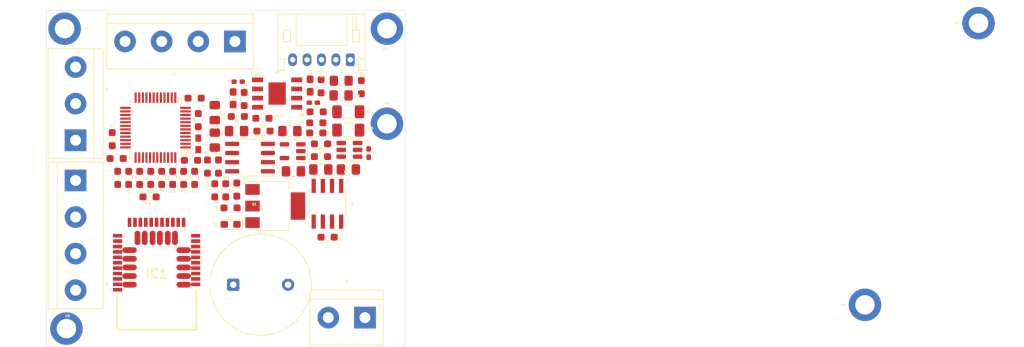
<source format=kicad_pcb>
(kicad_pcb (version 20221018) (generator pcbnew)
  (layers (0 "F.Cu" signal) (31 "B.Cu" signal) (34 "B.Paste" user) (35 "F.Paste" user) (36 "B.SilkS" user "B.Silkscreen") (37 "F.SilkS" user "F.Silkscreen") (38 "B.Mask" user) (39 "F.Mask" user) (44 "Edge.Cuts" user))
  (net 0 "")
  (net 1 "Net-(BZ1--)")
  (net 2 "Net-(BZ1-+)")
  (net 3 "100V")
  (net 4 "GND")
  (net 5 "VBST")
  (net 6 "SW2")
  (net 7 "Net-(IC2-SW)")
  (net 8 "Net-(IC2-BST)")
  (net 9 "Net-(IC2-FB)")
  (net 10 "/12V")
  (net 11 "Net-(D1-K)")
  (net 12 "SWDIO")
  (net 13 "SWCLK")
  (net 14 "/RST")
  (net 20 "/TX")
  (net 30 "Net-(IC2-RON)")
  (net 33 "PA3")
  (net 34 "5V")
  (net 35 "SDA1")
  (net 36 "SCK")
  (net 37 "/NRST")
  (net 38 "/RX")
  (net 39 "Net-(U1-PA0)")
  (net 40 "Net-(J2-Pin_1)")
  (net 41 "Net-(J2-Pin_2)")
  (net 42 "L")
  (net 43 "H")
  (net 44 "Net-(U3-S)")
  (net 45 "VFB")
  (net 77 "Net-(J2-Pin_3)")
  (net 78 "SDA_2")
  (net 83 "Net-(IC2-EN{slash}UVLO)")
  (net 84 "/3V3")
  (net 85 "Net-(IC2-GND)")
  (net 86 "Net-(C7-Pad2)")
  (net 87 "Net-(U5-BP)")
  (net 88 "SCK_2")
  (net 89 "Net-(J5-Pin_1)")
  (net 90 "Net-(J5-Pin_2)")
  (net 91 "SCL_PB6")
  (net 92 "SDA_PB7")
  (net 93 "SCL_PB4")
  (net 94 "SCL_PB3")
  (net 95 "SDA_PB4")
  (net 96 " SCL_PB3")
  (footprint "Inductor_SMD:L_0805_2012Metric_Pad1.15x1.40mm_HandSolder" (layer "F.Cu") (at 129.297 44.826)
    (fp_text reference "L2" (at 0 -1.27 180) (layer "F.SilkS") (effects (font (size 0.3 0.3) (thickness 0.075) bold)))
    (fp_text value "100uH" hide)
    (pad "1" smd roundrect (at -1.025 0) (size 1.15 1.4) (layers "F.Cu" "F.Paste" "F.Mask") (roundrect_rratio 0.217391) (net 7 "Net-(IC2-SW)"))
    (pad "2" smd roundrect (at 1.025 0) (size 1.15 1.4) (layers "F.Cu" "F.Paste" "F.Mask") (roundrect_rratio 0.217391) (net 10 "/12V"))
  )
  (footprint "Capacitor_SMD:C_0805_2012Metric_Pad1.18x1.45mm_HandSolder" (layer "F.Cu") (at 114.7865 51.816)
    (fp_text reference "C1" (at 0.0215 -1.27 180) (layer "F.SilkS") (effects (font (size 0.3 0.3) (thickness 0.075) bold)))
    (fp_text value "1uF")
    (pad "1" smd roundrect (at -1.0375 0) (size 1.175 1.45) (layers "F.Cu" "F.Paste" "F.Mask") (roundrect_rratio 0.212766) (net 84 "/3V3"))
    (pad "2" smd roundrect (at 1.0375 0) (size 1.175 1.45) (layers "F.Cu" "F.Paste" "F.Mask") (roundrect_rratio 0.212766) (net 4 "GND"))
  )
  (footprint "MountingHole:MountingHole_2.7mm_M2.5_ISO7380_Pad_TopBottom" (layer "F.Cu") (at 201.93 75.946)
    (fp_text reference "H4" (at -3.048 0) (layer "F.SilkS") (effects (font (size 0.3 0.3) (thickness 0.075) bold)))
    (fp_text value "Mount100VgHole")
    (pad "1" thru_hole circle (at 0 0) (size 3.1 3.1) (drill 2.7) (layers "*.Cu" "*.Mask"))
    (pad "1" connect circle (at 0 0) (size 4.5 4.5) (layers "F.Cu" "F.Mask"))
    (pad "1" connect circle (at 0 0) (size 4.5 4.5) (layers "B.Cu" "B.Mask"))
  )
  (footprint "Resistor_SMD:R_0603_1608Metric_Pad0.98x0.95mm_HandSolder" (layer "F.Cu") (at 126.503 45.588 -90)
    (fp_text reference "R27" (at -2.032 0 -180) (layer "F.SilkS") (effects (font (size 0.3 0.3) (thickness 0.075))))
    (fp_text value "698k ohm" hide)
    (pad "1" smd roundrect (at -0.9125 0 270) (size 0.975 0.95) (layers "F.Cu" "F.Paste" "F.Mask") (net 7 "Net-(IC2-SW)"))
    (pad "2" smd roundrect (at 0.9125 0 270) (size 0.975 0.95) (layers "F.Cu" "F.Paste" "F.Mask") (net 86 "Net-(C7-Pad2)"))
  )
  (footprint "Resistor_SMD:R_0603_1608Metric_Pad0.98x0.95mm_HandSolder" (layer "F.Cu") (at 125.8445 50.668)
    (fp_text reference "R29" (at -2.1465 -0.122) (layer "F.SilkS") (effects (font (size 0.3 0.3) (thickness 0.075) bold)))
    (fp_text value "20k ohm")
    (pad "1" smd roundrect (at -0.9125 0) (size 0.975 0.95) (layers "F.Cu" "F.Paste" "F.Mask") (net 9 "Net-(IC2-FB)"))
    (pad "2" smd roundrect (at 0.9125 0) (size 0.975 0.95) (layers "F.Cu" "F.Paste" "F.Mask") (net 4 "GND"))
  )
  (footprint "Resistor_SMD:R_0603_1608Metric_Pad0.98x0.95mm_HandSolder" (layer "F.Cu") (at 97.536 52.9355 90)
    (fp_text reference "R2" (at 1.778 0 180) (layer "F.SilkS") (effects (font (size 0.3 0.3) (thickness 0.075) bold)))
    (fp_text value "1k")
    (pad "1" smd roundrect (at -0.9125 0 90) (size 0.975 0.95) (layers "F.Cu" "F.Paste" "F.Mask") (net 38 "/RX"))
    (pad "2" smd roundrect (at 0.9125 0 90) (size 0.975 0.95) (layers "F.Cu" "F.Paste" "F.Mask") (net 20 "/TX"))
  )
  (footprint "Capacitor_SMD:C_0805_2012Metric_Pad1.18x1.45mm_HandSolder" (layer "F.Cu") (at 129.2755 46.858)
    (fp_text reference "C9" (at 2.286 0.0385 180) (layer "F.SilkS") (effects (font (size 0.3 0.3) (thickness 0.075) bold)))
    (fp_text value "2200pf" hide)
    (pad "1" smd roundrect (at -1.0375 0) (size 1.175 1.45) (layers "F.Cu" "F.Paste" "F.Mask") (roundrect_rratio 0.212766) (net 86 "Net-(C7-Pad2)"))
    (pad "2" smd roundrect (at 1.0375 0) (size 1.175 1.45) (layers "F.Cu" "F.Paste" "F.Mask") (roundrect_rratio 0.212766) (net 10 "/12V"))
  )
  (footprint "MountingHole:MountingHole_2.7mm_M2.5_ISO7380_Pad_TopBottom" (layer "F.Cu") (at 135.636 50.8)
    (fp_text reference "H6" (at 0 -2.794) (layer "F.SilkS") (effects (font (size 0.3 0.3) (thickness 0.075) bold)))
    (fp_text value "Mount100VgHole")
    (pad "1" thru_hole circle (at 0 0) (size 3.1 3.1) (drill 2.7) (layers "*.Cu" "*.Mask"))
    (pad "1" connect circle (at 0 0) (size 4.5 4.5) (layers "F.Cu" "F.Mask"))
    (pad "1" connect circle (at 0 0) (size 4.5 4.5) (layers "B.Cu" "B.Mask"))
  )
  (footprint "Buzzer_Beeper:Indicator_PUI_AI-1440-TWT-24V-2-R" (layer "F.Cu") (at 114.32 73.152)
    (fp_text reference "BZ1" (at 3.79 -7.366) (layer "F.SilkS") (effects (font (size 0.3 0.3) (thickness 0.075) bold)))
    (fp_text value "Buzzer" hide)
    (pad "1" thru_hole roundrect (at 0 0) (size 1.7 1.7) (drill 0.9) (layers "*.Cu" "*.Mask") (roundrect_rratio 0.147) (net 1 "Net-(BZ1--)"))
    (pad "2" thru_hole circle (at 7.6 0) (size 1.7 1.7) (drill 0.9) (layers "*.Cu" "*.Mask") (net 2 "Net-(BZ1-+)"))
  )
  (footprint "Resistor_SMD:R_0603_1608Metric_Pad0.98x0.95mm_HandSolder" (layer "F.Cu") (at 112.268 56.7455 -90)
    (fp_text reference "R23" (at -1.6275 0 -180) (layer "F.SilkS") (effects (font (size 0.3 0.3) (thickness 0.075) bold)))
    (fp_text value "120R" hide)
    (pad "1" smd roundrect (at -0.9125 0 270) (size 0.975 0.95) (layers "F.Cu" "F.Paste" "F.Mask") (net 42 "L"))
    (pad "2" smd roundrect (at 0.9125 0 270) (size 0.975 0.95) (layers "F.Cu" "F.Paste" "F.Mask") (net 43 "H"))
  )
  (footprint "Resistor_SMD:R_0603_1608Metric_Pad0.98x0.95mm_HandSolder" (layer "F.Cu") (at 125.8335 52.07)
    (fp_text reference "R5" (at 1.6745 0 90) (layer "F.SilkS") (effects (font (size 0.3 0.3) (thickness 0.075) bold)))
    (fp_text value "0R" hide)
    (pad "1" smd roundrect (at -0.9125 0) (size 0.975 0.95) (layers "F.Cu" "F.Paste" "F.Mask") (net 34 "5V"))
    (pad "2" smd roundrect (at 0.9125 0) (size 0.975 0.95) (layers "F.Cu" "F.Paste" "F.Mask") (net 40 "Net-(J2-Pin_1)"))
  )
  (footprint "Resistor_SMD:R_0603_1608Metric_Pad0.98x0.95mm_HandSolder" (layer "F.Cu") (at 101.346 58.3165 90)
    (fp_text reference "R13" (at -1.8815 0) (layer "F.SilkS") (effects (font (size 0.3 0.3) (thickness 0.075) bold)))
    (fp_text value "100k" hide)
    (pad "1" smd roundrect (at -0.9125 0 90) (size 0.975 0.95) (layers "F.Cu" "F.Paste" "F.Mask") (net 84 "/3V3"))
    (pad "2" smd roundrect (at 0.9125 0 90) (size 0.975 0.95) (layers "F.Cu" "F.Paste" "F.Mask") (net 94 "SCL_PB3"))
  )
  (footprint "Resistor_SMD:R_0603_1608Metric_Pad0.98x0.95mm_HandSolder" (layer "F.Cu") (at 102.7195 60.96)
    (fp_text reference "R15" (at -0.254 1.016) (layer "F.SilkS") (effects (font (size 0.3 0.3) (thickness 0.075) bold)))
    (fp_text value "100E" hide)
    (pad "1" smd roundrect (at -0.9125 0) (size 0.975 0.95) (layers "F.Cu" "F.Paste" "F.Mask") (net 36 "SCK"))
    (pad "2" smd roundrect (at 0.9125 0) (size 0.975 0.95) (layers "F.Cu" "F.Paste" "F.Mask") (net 91 "SCL_PB6"))
  )
  (footprint "Inductor_SMD:L_0402_1005Metric_Pad0.77x0.64mm_HandSolder" (layer "F.Cu") (at 133.096 54.864 -90)
    (fp_text reference "L1" (at 0 -0.762 90) (layer "F.SilkS") (effects (font (size 0.3 0.3) (thickness 0.075) bold)))
    (fp_text value "3.3uH" hide)
    (pad "1" smd roundrect (at -0.5725 0 270) (size 0.765 0.64) (layers "F.Cu" "F.Paste" "F.Mask") (net 6 "SW2"))
    (pad "2" smd roundrect (at 0.5725 0 270) (size 0.765 0.64) (layers "F.Cu" "F.Paste" "F.Mask") (net 34 "5V"))
  )
  (footprint "Capacitor_SMD:C_1206_3216Metric_Pad1.33x1.80mm_HandSolder" (layer "F.Cu") (at 130.2745 51.684)
    (fp_text reference "C10" (at 3.0095 -0.254) (layer "F.SilkS") (effects (font (size 0.3 0.3) (thickness 0.075) bold)))
    (fp_text value "22UF" hide)
    (pad "1" smd roundrect (at -1.5625 0) (size 1.325 1.8) (layers "F.Cu" "F.Paste" "F.Mask") (roundrect_rratio 0.188679) (net 10 "/12V"))
    (pad "2" smd roundrect (at 1.5625 0) (size 1.325 1.8) (layers "F.Cu" "F.Paste" "F.Mask") (roundrect_rratio 0.188679) (net 4 "GND"))
  )
  (footprint "Resistor_SMD:R_0603_1608Metric_Pad0.98x0.95mm_HandSolder" (layer "F.Cu") (at 99.822 58.3165 90)
    (fp_text reference "R11" (at -1.8815 0) (layer "F.SilkS") (effects (font (size 0.3 0.3) (thickness 0.075) bold)))
    (fp_text value "100E" hide)
    (pad "1" smd roundrect (at -0.9125 0 90) (size 0.975 0.95) (layers "F.Cu" "F.Paste" "F.Mask") (net 88 "SCK_2"))
    (pad "2" smd roundrect (at 0.9125 0 90) (size 0.975 0.95) (layers "F.Cu" "F.Paste" "F.Mask") (net 93 "SCL_PB4"))
  )
  (footprint "Package_QFP:LQFP-48_7x7mm_P0.5mm" (layer "F.Cu") (at 103.5335 51.336 180)
    (fp_text reference "U1" (at 0.4095 5.298) (layer "F.SilkS") (effects (font (size 0.3 0.3) (thickness 0.075) bold)))
    (fp_text value "STM32G0B1CBTx" hide)
    (pad "1" smd roundrect (at -4.1625 -2.75 180) (size 1.475 0.3) (layers "F.Cu" "F.Paste" "F.Mask"))
    (pad "2" smd roundrect (at -4.1625 -2.25 180) (size 1.475 0.3) (layers "F.Cu" "F.Paste" "F.Mask"))
    (pad "3" smd roundrect (at -4.1625 -1.75 180) (size 1.475 0.3) (layers "F.Cu" "F.Paste" "F.Mask"))
    (pad "4" smd roundrect (at -4.1625 -1.25 180) (size 1.475 0.3) (layers "F.Cu" "F.Paste" "F.Mask") (net 84 "/3V3"))
    (pad "5" smd roundrect (at -4.1625 -0.75 180) (size 1.475 0.3) (layers "F.Cu" "F.Paste" "F.Mask") (net 84 "/3V3"))
    (pad "6" smd roundrect (at -4.1625 -0.25 180) (size 1.475 0.3) (layers "F.Cu" "F.Paste" "F.Mask") (net 84 "/3V3"))
    (pad "7" smd roundrect (at -4.1625 0.25 180) (size 1.475 0.3) (layers "F.Cu" "F.Paste" "F.Mask") (net 4 "GND"))
    (pad "8" smd roundrect (at -4.1625 0.75 180) (size 1.475 0.3) (layers "F.Cu" "F.Paste" "F.Mask"))
    (pad "9" smd roundrect (at -4.1625 1.25 180) (size 1.475 0.3) (layers "F.Cu" "F.Paste" "F.Mask"))
    (pad "10" smd roundrect (at -4.1625 1.75 180) (size 1.475 0.3) (layers "F.Cu" "F.Paste" "F.Mask") (net 37 "/NRST"))
    (pad "11" smd roundrect (at -4.1625 2.25 180) (size 1.475 0.3) (layers "F.Cu" "F.Paste" "F.Mask") (net 39 "Net-(U1-PA0)"))
    (pad "12" smd roundrect (at -4.1625 2.75 180) (size 1.475 0.3) (layers "F.Cu" "F.Paste" "F.Mask"))
    (pad "13" smd roundrect (at -2.75 4.1625 180) (size 0.3 1.475) (layers "F.Cu" "F.Paste" "F.Mask"))
    (pad "14" smd roundrect (at -2.25 4.1625 180) (size 0.3 1.475) (layers "F.Cu" "F.Paste" "F.Mask"))
    (pad "15" smd roundrect (at -1.75 4.1625 180) (size 0.3 1.475) (layers "F.Cu" "F.Paste" "F.Mask"))
    (pad "16" smd roundrect (at -1.25 4.1625 180) (size 0.3 1.475) (layers "F.Cu" "F.Paste" "F.Mask"))
    (pad "17" smd roundrect (at -0.75 4.1625 180) (size 0.3 1.475) (layers "F.Cu" "F.Paste" "F.Mask"))
    (pad "18" smd roundrect (at -0.25 4.1625 180) (size 0.3 1.475) (layers "F.Cu" "F.Paste" "F.Mask"))
    (pad "19" smd roundrect (at 0.25 4.1625 180) (size 0.3 1.475) (layers "F.Cu" "F.Paste" "F.Mask"))
    (pad "20" smd roundrect (at 0.75 4.1625 180) (size 0.3 1.475) (layers "F.Cu" "F.Paste" "F.Mask"))
    (pad "21" smd roundrect (at 1.25 4.1625 180) (size 0.3 1.475) (layers "F.Cu" "F.Paste" "F.Mask"))
    (pad "22" smd roundrect (at 1.75 4.1625 180) (size 0.3 1.475) (layers "F.Cu" "F.Paste" "F.Mask"))
    (pad "23" smd roundrect (at 2.25 4.1625 180) (size 0.3 1.475) (layers "F.Cu" "F.Paste" "F.Mask"))
    (pad "24" smd roundrect (at 2.75 4.1625 180) (size 0.3 1.475) (layers "F.Cu" "F.Paste" "F.Mask"))
    (pad "25" smd roundrect (at 4.1625 2.75 180) (size 1.475 0.3) (layers "F.Cu" "F.Paste" "F.Mask"))
    (pad "26" smd roundrect (at 4.1625 2.25 180) (size 1.475 0.3) (layers "F.Cu" "F.Paste" "F.Mask"))
    (pad "27" smd roundrect (at 4.1625 1.75 180) (size 1.475 0.3) (layers "F.Cu" "F.Paste" "F.Mask"))
    (pad "28" smd roundrect (at 4.1625 1.25 180) (size 1.475 0.3) (layers "F.Cu" "F.Paste" "F.Mask"))
    (pad "29" smd roundrect (at 4.1625 0.75 180) (size 1.475 0.3) (layers "F.Cu" "F.Paste" "F.Mask"))
    (pad "30" smd roundrect (at 4.1625 0.25 180) (size 1.475 0.3) (layers "F.Cu" "F.Paste" "F.Mask"))
    (pad "31" smd roundrect (at 4.1625 -0.25 180) (size 1.475 0.3) (layers "F.Cu" "F.Paste" "F.Mask"))
    (pad "32" smd roundrect (at 4.1625 -0.75 180) (size 1.475 0.3) (layers "F.Cu" "F.Paste" "F.Mask"))
    (pad "33" smd roundrect (at 4.1625 -1.25 180) (size 1.475 0.3) (layers "F.Cu" "F.Paste" "F.Mask") (net 20 "/TX"))
    (pad "34" smd roundrect (at 4.1625 -1.75 180) (size 1.475 0.3) (layers "F.Cu" "F.Paste" "F.Mask") (net 38 "/RX"))
    (pad "35" smd roundrect (at 4.1625 -2.25 180) (size 1.475 0.3) (layers "F.Cu" "F.Paste" "F.Mask") (net 12 "SWDIO"))
    (pad "36" smd roundrect (at 4.1625 -2.75 180) (size 1.475 0.3) (layers "F.Cu" "F.Paste" "F.Mask") (net 13 "SWCLK"))
    (pad "37" smd roundrect (at 2.75 -4.1625 180) (size 0.3 1.475) (layers "F.Cu" "F.Paste" "F.Mask"))
    (pad "38" smd roundrect (at 2.25 -4.1625 180) (size 0.3 1.475) (layers "F.Cu" "F.Paste" "F.Mask"))
    (pad "39" smd roundrect (at 1.75 -4.1625 180) (size 0.3 1.475) (layers "F.Cu" "F.Paste" "F.Mask"))
    (pad "40" smd roundrect (at 1.25 -4.1625 180) (size 0.3 1.475) (layers "F.Cu" "F.Paste" "F.Mask"))
    (pad "41" smd roundrect (at 0.75 -4.1625 180) (size 0.3 1.475) (layers "F.Cu" "F.Paste" "F.Mask"))
    (pad "42" smd roundrect (at 0.25 -4.1625 180) (size 0.3 1.475) (layers "F.Cu" "F.Paste" "F.Mask") (net 96 " SCL_PB3"))
    (pad "43" smd roundrect (at -0.25 -4.1625 180) (size 0.3 1.475) (layers "F.Cu" "F.Paste" "F.Mask") (net 95 "SDA_PB4"))
    (pad "44" smd roundrect (at -0.75 -4.1625 180) (size 0.3 1.475) (layers "F.Cu" "F.Paste" "F.Mask"))
    (pad "45" smd roundrect (at -1.25 -4.1625 180) (size 0.3 1.475) (layers "F.Cu" "F.Paste" "F.Mask") (net 91 "SCL_PB6"))
    (pad "46" smd roundrect (at -1.75 -4.1625 180) (size 0.3 1.475) (layers "F.Cu" "F.Paste" "F.Mask") (net 92 "SDA_PB7"))
    (pad "47" smd roundrect (at -2.25 -4.1625 180) (size 0.3 1.475) (layers "F.Cu" "F.Paste" "F.Mask") (net 14 "/RST"))
    (pad "48" smd roundrect (at -2.75 -4.1625 180) (size 0.3 1.475) (layers "F.Cu" "F.Paste" "F.Mask"))
  )
  (footprint "Capacitor_SMD:C_1206_3216Metric_Pad1.33x1.80mm_HandSolder" (layer "F.Cu") (at 130.2745 49.144)
    (fp_text reference "C11" (at 3.0095 0) (layer "F.SilkS") (effects (font (size 0.3 0.3) (thickness 0.075) bold)))
    (fp_text value "22UF" hide)
    (pad "1" smd roundrect (at -1.5625 0) (size 1.325 1.8) (layers "F.Cu" "F.Paste" "F.Mask") (roundrect_rratio 0.188679) (net 10 "/12V"))
    (pad "2" smd roundrect (at 1.5625 0) (size 1.325 1.8) (layers "F.Cu" "F.Paste" "F.Mask") (roundrect_rratio 0.188679) (net 4 "GND"))
  )
  (footprint "Capacitor_SMD:C_0805_2012Metric_Pad1.18x1.45mm_HandSolder" (layer "F.Cu") (at 130.2805 57.15)
    (fp_text reference "C4" (at 2.286 0) (layer "F.SilkS") (effects (font (size 0.3 0.3) (thickness 0.075) bold)))
    (fp_text value "0.1uf" hide)
    (pad "1" smd roundrect (at -1.0375 0) (size 1.175 1.45) (layers "F.Cu" "F.Paste" "F.Mask") (roundrect_rratio 0.212766) (net 5 "VBST"))
    (pad "2" smd roundrect (at 1.0375 0) (size 1.175 1.45) (layers "F.Cu" "F.Paste" "F.Mask") (roundrect_rratio 0.212766) (net 6 "SW2"))
  )
  (footprint "Resistor_SMD:R_0603_1608Metric_Pad0.98x0.95mm_HandSolder" (layer "F.Cu") (at 114.9585 49.784 180)
    (fp_text reference "R23" (at 1.9285 0 90) (layer "F.SilkS") (effects (font (size 0.3 0.3) (thickness 0.075) bold)))
    (fp_text value "332K")
    (pad "1" smd roundrect (at -0.9125 0 180) (size 0.975 0.95) (layers "F.Cu" "F.Paste" "F.Mask") (net 83 "Net-(IC2-EN{slash}UVLO)"))
    (pad "2" smd roundrect (at 0.9125 0 180) (size 0.975 0.95) (layers "F.Cu" "F.Paste" "F.Mask") (net 4 "GND"))
  )
  (footprint "Resistor_SMD:R_0603_1608Metric_Pad0.98x0.95mm_HandSolder" (layer "F.Cu") (at 102.87 58.3165 90)
    (fp_text reference "R14" (at -1.8815 0 180) (layer "F.SilkS") (effects (font (size 0.3 0.3) (thickness 0.075) bold)))
    (fp_text value "100k" hide)
    (pad "1" smd roundrect (at -0.9125 0 90) (size 0.975 0.95) (layers "F.Cu" "F.Paste" "F.Mask") (net 84 "/3V3"))
    (pad "2" smd roundrect (at 0.9125 0 90) (size 0.975 0.95) (layers "F.Cu" "F.Paste" "F.Mask") (net 95 "SDA_PB4"))
  )
  (footprint "Resistor_SMD:R_0603_1608Metric_Pad0.98x0.95mm_HandSolder" (layer "F.Cu") (at 108.458 55.88 180)
    (fp_text reference "R10" (at 0.254 1.016 180) (layer "F.SilkS") (effects (font (size 0.3 0.3) (thickness 0.075) bold)))
    (fp_text value "100k" hide)
    (pad "1" smd roundrect (at -0.9125 0 180) (size 0.975 0.95) (layers "F.Cu" "F.Paste" "F.Mask") (net 84 "/3V3"))
    (pad "2" smd roundrect (at 0.9125 0 180) (size 0.975 0.95) (layers "F.Cu" "F.Paste" "F.Mask") (net 92 "SDA_PB7"))
  )
  (footprint "Resistor_SMD:R_0603_1608Metric_Pad0.98x0.95mm_HandSolder" (layer "F.Cu") (at 132.08 45.72 -90)
    (fp_text reference "R6" (at -1.9285 0 -180) (layer "F.SilkS") (effects (font (size 0.3 0.3) (thickness 0.075) bold)))
    (fp_text value "0R")
    (pad "1" smd roundrect (at -0.9125 0 270) (size 0.975 0.95) (layers "F.Cu" "F.Paste" "F.Mask") (net 10 "/12V"))
    (pad "2" smd roundrect (at 0.9125 0 270) (size 0.975 0.95) (layers "F.Cu" "F.Paste" "F.Mask") (net 40 "Net-(J2-Pin_1)"))
  )
  (footprint "Capacitor_SMD:C_0805_2012Metric_Pad1.18x1.45mm_HandSolder" (layer "F.Cu") (at 122.6605 57.404)
    (fp_text reference "C13" (at -2.0105 0 -90) (layer "F.SilkS") (effects (font (size 0.3 0.3) (thickness 0.075) bold)))
    (fp_text value "2.2uf" hide)
    (pad "1" smd roundrect (at -1.0375 0) (size 1.175 1.45) (layers "F.Cu" "F.Paste" "F.Mask") (roundrect_rratio 0.212766) (net 84 "/3V3"))
    (pad "2" smd roundrect (at 1.0375 0) (size 1.175 1.45) (layers "F.Cu" "F.Paste" "F.Mask") (roundrect_rratio 0.212766) (net 4 "GND"))
  )
  (footprint "Package_SO:SOIC-8_3.9x4.9mm_P1.27mm" (layer "F.Cu") (at 116.651 55.499 180)
    (fp_text reference "U3" (at -1.713 2.921) (layer "F.SilkS") (effects (font (size 0.3 0.3) (thickness 0.075) bold)))
    (fp_text value "TJA1051T-3" hide)
    (pad "1" smd roundrect (at -2.475 -1.905 180) (size 1.95 0.6) (layers "F.Cu" "F.Paste" "F.Mask") (net 20 "/TX"))
    (pad "2" smd roundrect (at -2.475 -0.635 180) (size 1.95 0.6) (layers "F.Cu" "F.Paste" "F.Mask") (net 4 "GND"))
    (pad "3" smd roundrect (at -2.475 0.635 180) (size 1.95 0.6) (layers "F.Cu" "F.Paste" "F.Mask") (net 34 "5V"))
    (pad "4" smd roundrect (at -2.475 1.905 180) (size 1.95 0.6) (layers "F.Cu" "F.Paste" "F.Mask") (net 38 "/RX"))
    (pad "5" smd roundrect (at 2.475 1.905 180) (size 1.95 0.6) (layers "F.Cu" "F.Paste" "F.Mask") (net 84 "/3V3"))
    (pad "6" smd roundrect (at 2.475 0.635 180) (size 1.95 0.6) (layers "F.Cu" "F.Paste" "F.Mask") (net 42 "L"))
    (pad "7" smd roundrect (at 2.475 -0.635 180) (size 1.95 0.6) (layers "F.Cu" "F.Paste" "F.Mask") (net 43 "H"))
    (pad "8" smd roundrect (at 2.475 -1.905 180) (size 1.95 0.6) (layers "F.Cu" "F.Paste" "F.Mask") (net 44 "Net-(U3-S)"))
  )
  (footprint "TerminalBlock:TerminalBlock_bornier-4_P5.08mm" (layer "F.Cu") (at 92.456 58.674 -90)
    (fp_text reference "J3" (at 14.478 -4.318 -270) (layer "F.SilkS") (effects (font (size 0.3 0.3) (thickness 0.075) bold)))
    (fp_text value "OLED")
    (pad "1" thru_hole rect (at 0 0 270) (size 3 3) (drill 1.52) (layers "*.Cu" "*.Mask") (net 34 "5V"))
    (pad "2" thru_hole circle (at 5.08 0 270) (size 3 3) (drill 1.52) (layers "*.Cu" "*.Mask") (net 78 "SDA_2"))
    (pad "3" thru_hole circle (at 10.16 0 270) (size 3 3) (drill 1.52) (layers "*.Cu" "*.Mask") (net 88 "SCK_2"))
    (pad "4" thru_hole circle (at 15.24 0 270) (size 3 3) (drill 1.52) (layers "*.Cu" "*.Mask") (net 4 "GND"))
  )
  (footprint "Resistor_SMD:R_0603_1608Metric_Pad0.98x0.95mm_HandSolder" (layer "F.Cu") (at 108.966 47.244)
    (fp_text reference "R3" (at -2.032 0) (layer "F.SilkS") (effects (font (size 0.3 0.3) (thickness 0.075) bold)))
    (fp_text value "100R" hide)
    (pad "1" smd roundrect (at -0.9125 0) (size 0.975 0.95) (layers "F.Cu" "F.Paste" "F.Mask") (net 39 "Net-(U1-PA0)"))
    (pad "2" smd roundrect (at 0.9125 0) (size 0.975 0.95) (layers "F.Cu" "F.Paste" "F.Mask") (net 33 "PA3"))
  )
  (footprint "TerminalBlock:TerminalBlock_bornier-4_P5.08mm" (layer "F.Cu") (at 114.554 39.37 180)
    (fp_text reference "J4" (at 8.382 -4.572 180) (layer "F.SilkS") (effects (font (size 0.3 0.3) (thickness 0.075) bold)))
    (fp_text value "OLED")
    (pad "1" thru_hole rect (at 0 0 180) (size 3 3) (drill 1.52) (layers "*.Cu" "*.Mask") (net 34 "5V"))
    (pad "2" thru_hole circle (at 5.08 0 180) (size 3 3) (drill 1.52) (layers "*.Cu" "*.Mask") (net 35 "SDA1"))
    (pad "3" thru_hole circle (at 10.16 0 180) (size 3 3) (drill 1.52) (layers "*.Cu" "*.Mask") (net 36 "SCK"))
    (pad "4" thru_hole circle (at 15.24 0 180) (size 3 3) (drill 1.52) (layers "*.Cu" "*.Mask") (net 4 "GND"))
  )
  (footprint "Package_TO_SOT_SMD:SOT-223-3_TabPin2" (layer "F.Cu") (at 120.142 62.23)
    (fp_text reference "Q1" (at -2.9 -0.254) (layer "F.SilkS") (effects (font (size 0.3 0.3) (thickness 0.075) bold)))
    (fp_text value "NDT3055L" hide)
    (pad "1" smd rect (at -3.15 -2.3) (size 2 1.5) (layers "F.Cu" "F.Paste" "F.Mask") (net 11 "Net-(D1-K)"))
    (pad "2" smd rect (at -3.15 0) (size 2 1.5) (layers "F.Cu" "F.Paste" "F.Mask") (net 2 "Net-(BZ1-+)"))
    (pad "2" smd rect (at 3.15 0) (size 2 3.8) (layers "F.Cu" "F.Paste" "F.Mask") (net 2 "Net-(BZ1-+)"))
    (pad "3" smd rect (at -3.15 2.3) (size 2 1.5) (layers "F.Cu" "F.Paste" "F.Mask") (net 4 "GND"))
  )
  (footprint "Resistor_SMD:R_0603_1608Metric_Pad0.98x0.95mm_HandSolder" (layer "F.Cu") (at 126.492 53.594)
    (fp_text reference "R21" (at 0 0.762) (layer "F.SilkS") (effects (font (size 0.3 0.3) (thickness 0.075) bold)))
    (fp_text value "10k")
    (pad "1" smd roundrect (at -0.9125 0) (size 0.975 0.95) (layers "F.Cu" "F.Paste" "F.Mask") (net 4 "GND"))
    (pad "2" smd roundrect (at 0.9125 0) (size 0.975 0.95) (layers "F.Cu" "F.Paste" "F.Mask") (net 45 "VFB"))
  )
  (footprint "TerminalBlock:TerminalBlock_bornier-2_P5.08mm" (layer "F.Cu") (at 132.588 77.724 180)
    (fp_text reference "J5" (at 2.54 5.08) (layer "F.SilkS") (effects (font (size 0.3 0.3) (thickness 0.075) bold)))
    (fp_text value "Conn_01x02_Socket" hide)
    (pad "1" thru_hole rect (at 0 0 180) (size 3 3) (drill 1.52) (layers "*.Cu" "*.Mask") (net 89 "Net-(J5-Pin_1)"))
    (pad "2" thru_hole circle (at 5.08 0 180) (size 3 3) (drill 1.52) (layers "*.Cu" "*.Mask") (net 90 "Net-(J5-Pin_2)"))
  )
  (footprint "Resistor_SMD:R_0603_1608Metric_Pad0.98x0.95mm_HandSolder" (layer "F.Cu") (at 110.744 56.7455 90)
    (fp_text reference "R8" (at 1.8815 -0.254 180) (layer "F.SilkS") (effects (font (size 0.3 0.3) (thickness 0.075) bold)))
    (fp_text value "0R" hide)
    (pad "1" smd roundrect (at -0.9125 0 90) (size 0.975 0.95) (layers "F.Cu" "F.Paste" "F.Mask") (net 41 "Net-(J2-Pin_2)"))
    (pad "2" smd roundrect (at 0.9125 0 90) (size 0.975 0.95) (layers "F.Cu" "F.Paste" "F.Mask") (net 42 "L"))
  )
  (footprint "Capacitor_SMD:C_0805_2012Metric_Pad1.18x1.45mm_HandSolder" (layer "F.Cu") (at 111.76 49.2545 90)
    (fp_text reference "C3" (at 2.0105 0 180) (layer "F.SilkS") (effects (font (size 0.3 0.3) (thickness 0.075) bold)))
    (fp_text value "100nF" hide)
    (pad "1" smd roundrect (at -1.0375 0 90) (size 1.175 1.45) (layers "F.Cu" "F.Paste" "F.Mask") (roundrect_rratio 0.212766) (net 84 "/3V3"))
    (pad "2" smd roundrect (at 1.0375 0 90) (size 1.175 1.45) (layers "F.Cu" "F.Paste" "F.Mask") (roundrect_rratio 0.212766) (net 4 "GND"))
  )
  (footprint "Diode_SMD:D_0603_1608Metric_Pad1.05x0.95mm_HandSolder" (layer "F.Cu") (at 113.951 64.77 180)
    (fp_text reference "D1" (at 2.032 0) (layer "F.SilkS") (effects (font (size 0.3 0.3) (thickness 0.075) bold)))
    (fp_text value "5.6V")
    (pad "1" smd roundrect (at -0.875 0 180) (size 1.05 0.95) (layers "F.Cu" "F.Paste" "F.Mask") (net 11 "Net-(D1-K)"))
    (pad "2" smd roundrect (at 0.875 0 180) (size 1.05 0.95) (layers "F.Cu" "F.Paste" "F.Mask") (net 4 "GND"))
  )
  (footprint "Resistor_SMD:R_0603_1608Metric_Pad0.98x0.95mm_HandSolder" (layer "F.Cu") (at 127.4045 66.548)
    (fp_text reference "R18" (at 1.8815 0 90) (layer "F.SilkS") (effects (font (size 0.3 0.3) (thickness 0.075) bold)))
    (fp_text value "120R" hide)
    (pad "1" smd roundrect (at -0.9125 0) (size 0.975 0.95) (layers "F.Cu" "F.Paste" "F.Mask") (net 90 "Net-(J5-Pin_2)"))
    (pad "2" smd roundrect (at 0.9125 0) (size 0.975 0.95) (layers "F.Cu" "F.Paste" "F.Mask") (net 89 "Net-(J5-Pin_1)"))
  )
  (footprint "Resistor_SMD:R_0603_1608Metric_Pad0.98x0.95mm_HandSolder" (layer "F.Cu") (at 126.492 55.372 180)
    (fp_text reference "R22" (at 1.778 0 90) (layer "F.SilkS") (effects (font (size 0.3 0.3) (thickness 0.075) bold)))
    (fp_text value "56k" hide)
    (pad "1" smd roundrect (at -0.9125 0 180) (size 0.975 0.95) (layers "F.Cu" "F.Paste" "F.Mask") (net 45 "VFB"))
    (pad "2" smd roundrect (at 0.9125 0 180) (size 0.975 0.95) (layers "F.Cu" "F.Paste" "F.Mask") (net 34 "5V"))
  )
  (footprint "MountingHole:MountingHole_2.7mm_M2.5_ISO7380_Pad_TopBottom" (layer "F.Cu") (at 217.678 36.83)
    (fp_text reference "H2" (at -3.048 0) (layer "F.SilkS") (effects (font (size 0.3 0.3) (thickness 0.075) bold)))
    (fp_text value "Mount100VgHole")
    (pad "1" thru_hole circle (at 0 0) (size 3.1 3.1) (drill 2.7) (layers "*.Cu" "*.Mask"))
    (pad "1" connect circle (at 0 0) (size 4.5 4.5) (layers "F.Cu" "F.Mask"))
    (pad "1" connect circle (at 0 0) (size 4.5 4.5) (layers "B.Cu" "B.Mask"))
  )
  (footprint "Resistor_SMD:R_0603_1608Metric_Pad0.98x0.95mm_HandSolder" (layer "F.Cu") (at 118.5145 51.816 180)
    (fp_text reference "R26" (at 0 0.762) (layer "F.SilkS") (effects (font (size 0.3 0.3) (thickness 0.075) bold)))
    (fp_text value "0R" hide)
    (pad "1" smd roundrect (at -0.9125 0 180) (size 0.975 0.95) (layers "F.Cu" "F.Paste" "F.Mask") (net 34 "5V"))
    (pad "2" smd roundrect (at 0.9125 0 180) (size 0.975 0.95) (layers "F.Cu" "F.Paste" "F.Mask") (net 1 "Net-(BZ1--)"))
  )
  (footprint "MAX485ESA_T.kicad_mod files:SOIC127P600X175-8N" (layer "F.Cu") (at 127.381 61.911 -90)
    (fp_text reference "U2" (at -0.065 -3.429 90) (layer "F.SilkS") (effects (font (size 0.3 0.3) (thickness 0.075) bold)))
    (fp_text value "MAX485E" hide)
    (pad "1" smd roundrect (at -2.475 -1.905 270) (size 1.97 0.59) (layers "F.Cu" "F.Paste" "F.Mask") (roundrect_rratio 0.07) (net 38 "/RX"))
    (pad "2" smd roundrect (at -2.475 -0.635 270) (size 1.97 0.59) (layers "F.Cu" "F.Paste" "F.Mask") (roundrect_rratio 0.07))
    (pad "3" smd roundrect (at -2.475 0.635 270) (size 1.97 0.59) (layers "F.Cu" "F.Paste" "F.Mask") (roundrect_rratio 0.07))
    (pad "4" smd roundrect (at -2.475 1.905 270) (size 1.97 0.59) (layers "F.Cu" "F.Paste" "F.Mask") (roundrect_rratio 0.07) (net 20 "/TX"))
    (pad "5" smd roundrect (at 2.475 1.905 270) (size 1.97 0.59) (layers "F.Cu" "F.Paste" "F.Mask") (roundrect_rratio 0.07) (net 4 "GND"))
    (pad "6" smd roundrect (at 2.475 0.635 270) (size 1.97 0.59) (layers "F.Cu" "F.Paste" "F.Mask") (roundrect_rratio 0.07) (net 90 "Net-(J5-Pin_2)"))
    (pad "7" smd roundrect (at 2.475 -0.635 270) (size 1.97 0.59) (layers "F.Cu" "F.Paste" "F.Mask") (roundrect_rratio 0.07) (net 89 "Net-(J5-Pin_1)"))
    (pad "8" smd roundrect (at 2.475 -1.905 270) (size 1.97 0.59) (layers "F.Cu" "F.Paste" "F.Mask") (roundrect_rratio 0.07) (net 34 "5V"))
  )
  (footprint "Resistor_SMD:R_0603_1608Metric_Pad0.98x0.95mm_HandSolder" (layer "F.Cu") (at 113.284 60.0475 -90)
    (fp_text reference "R20" (at -1.778 0) (layer "F.SilkS") (effects (font (size 0.3 0.3) (thickness 0.075) bold)))
    (fp_text value "100k" hide)
    (pad "1" smd roundrect (at -0.9125 0 270) (size 0.975 0.95) (layers "F.Cu" "F.Paste" "F.Mask") (net 44 "Net-(U3-S)"))
    (pad "2" smd roundrect (at 0.9125 0 270) (size 0.975 0.95) (layers "F.Cu" "F.Paste" "F.Mask") (net 4 "GND"))
  )
  (footprint "Resistor_SMD:R_0603_1608Metric_Pad0.98x0.95mm_HandSolder" (layer "F.Cu") (at 114.808 59.944 90)
    (fp_text reference "R24" (at 1.524 1.27) (layer "F.SilkS") (effects (font (size 0.3 0.3) (thickness 0.075) bold)))
    (fp_text value "3M" hide)
    (pad "1" smd roundrect (at -0.9125 0 90) (size 0.975 0.95) (layers "F.Cu" "F.Paste" "F.Mask") (net 11 "Net-(D1-K)"))
    (pad "2" smd roundrect (at 0.9125 0 90) (size 0.975 0.95) (layers "F.Cu" "F.Paste" "F.Mask") (net 4 "GND"))
  )
  (footprint "Capacitor_SMD:C_0402_1005Metric_Pad0.74x0.62mm_HandSolder" (layer "F.Cu") (at 115.0025 44.958)
    (fp_text reference "C5" (at -1.2105 0 90) (layer "F.SilkS") (effects (font (size 0.3 0.3) (thickness 0.075) bold)))
    (fp_text value "2.2uF" hide)
    (pad "1" smd roundrect (at -0.5675 0) (size 0.735 0.62) (layers "F.Cu" "F.Paste" "F.Mask") (net 85 "Net-(IC2-GND)"))
    (pad "2" smd roundrect (at 0.5675 0) (size 0.735 0.62) (layers "F.Cu" "F.Paste" "F.Mask") (net 3 "100V"))
  )
  (footprint "Fuse:Fuse_0603_1608Metric_Pad1.05x0.95mm_HandSolder" (layer "F.Cu") (at 114.311 47.253 90)
    (fp_text reference "F1" (at 1.533 -0.011) (layer "F.SilkS") (effects (font (size 0.3 0.3) (thickness 0.075) bold)))
    (fp_text value "Fuse" hide)
    (pad "1" smd roundrect (at -0.875 0 90) (size 1.05 0.95) (layers "F.Cu" "F.Paste" "F.Mask") (net 40 "Net-(J2-Pin_1)"))
    (pad "2" smd roundrect (at 0.875 0 90) (size 1.05 0.95) (layers "F.Cu" "F.Paste" "F.Mask") (net 3 "100V"))
  )
  (footprint "Resistor_SMD:R_0603_1608Metric_Pad0.98x0.95mm_HandSolder" (layer "F.Cu") (at 98.1475 55.626 180)
    (fp_text reference "R4" (at -1.9285 0 180) (layer "F.SilkS") (effects (font (size 0.3 0.3) (thickness 0.075) bold)))
    (fp_text value "10k")
    (pad "1" smd roundrect (at -0.9125 0 180) (size 0.975 0.95) (layers "F.Cu" "F.Paste" "F.Mask") (net 13 "SWCLK"))
    (pad "2" smd roundrect (at 0.9125 0 180) (size 0.975 0.95) (layers "F.Cu" "F.Paste" "F.Mask") (net 4 "GND"))
  )
  (footprint "Capacitor_SMD:C_0805_2012Metric_Pad1.18x1.45mm_HandSolder" (layer "F.Cu") (at 126.4705 57.15)
    (fp_text reference "C8" (at 0 -0.735 180) (layer "F.SilkS") (effects (font (size 0.3 0.3) (thickness 0.075) bold)))
    (fp_text value "1uf" hide)
    (pad "1" smd roundrect (at -1.0375 0) (size 1.175 1.45) (layers "F.Cu" "F.Paste" "F.Mask") (roundrect_rratio 0.212766) (net 34 "5V"))
    (pad "2" smd roundrect (at 1.0375 0) (size 1.175 1.45) (layers "F.Cu" "F.Paste" "F.Mask") (roundrect_rratio 0.212766) (net 4 "GND"))
  )
  (footprint "Capacitor_SMD:C_0805_2012Metric_Pad1.18x1.45mm_HandSolder" (layer "F.Cu") (at 122.174 51.816)
    (fp_text reference "C12" (at 0 -1.2495) (layer "F.SilkS") (effects (font (size 0.3 0.3) (thickness 0.075) bold)))
    (fp_text value "10nf" hide)
    (pad "1" smd roundrect (at -1.0375 0) (size 1.175 1.45) (layers "F.Cu" "F.Paste" "F.Mask") (roundrect_rratio 0.212766) (net 87 "Net-(U5-BP)"))
    (pad "2" smd roundrect (at 1.0375 0) (size 1.175 1.45) (layers "F.Cu" "F.Paste" "F.Mask") (roundrect_rratio 0.212766) (net 4 "GND"))
  )
  (footprint "Capacitor_SMD:C_0805_2012Metric_Pad1.18x1.45mm_HandSolder" (layer "F.Cu") (at 111.76 53.0645 -90)
    (fp_text reference "C2" (at -1.7565 0 -180) (layer "F.SilkS") (effects (font (size 0.3 0.3) (thickness 0.075) bold)))
    (fp_text value "100nF")
    (pad "1" smd roundrect (at -1.0375 0 270) (size 1.175 1.45) (layers "F.Cu" "F.Paste" "F.Mask") (roundrect_rratio 0.212766) (net 84 "/3V3"))
    (pad "2" smd roundrect (at 1.0375 0 270) (size 1.175 1.45) (layers "F.Cu" "F.Paste" "F.Mask") (roundrect_rratio 0.212766) (net 4 "GND"))
  )
  (footprint "TerminalBlock:TerminalBlock_bornier-3_P5.08mm" (layer "F.Cu") (at 92.456 53.086 90)
    (fp_text reference "J1" (at 7.112 4.318 180) (layer "F.SilkS") (effects (font (size 0.3 0.3) (thickness 0.075) bold)))
    (fp_text value "PRG")
    (pad "1" thru_hole rect (at 0 0 90) (size 3 3) (drill 1.52) (layers "*.Cu" "*.Mask") (net 13 "SWCLK"))
    (pad "2" thru_hole circle (at 5.08 0 90) (size 3 3) (drill 1.52) (layers "*.Cu" "*.Mask") (net 12 "SWDIO"))
    (pad "3" thru_hole circle (at 10.16 0 90) (size 3 3) (drill 1.52) (layers "*.Cu" "*.Mask") (net 4 "GND"))
  )
  (footprint "Resistor_SMD:R_0603_1608Metric_Pad0.98x0.95mm_HandSolder" (layer "F.Cu") (at 111.76 60.0475 90)
    (fp_text reference "R19" (at 0.8655 -1.016 90) (layer "F.SilkS") (effects (font (size 0.3 0.3) (thickness 0.075) bold)))
    (fp_text value "0R" hide)
    (pad "1" smd roundrect (at -0.9125 0 90) (size 0.975 0.95) (layers "F.Cu" "F.Paste" "F.Mask") (net 77 "Net-(J2-Pin_3)"))
    (pad "2" smd roundrect (at 0.9125 0 90) (size 0.975 0.95) (layers "F.Cu" "F.Paste" "F.Mask") (net 43 "H"))
  )
  (footprint "Connector_JST:JST_PH_S5B-PH-K_1x05_P2.00mm_Horizontal" (layer "F.Cu") (at 130.556 41.91 180)
    (fp_text reference "J2" (at 4 -2.286) (layer "F.SilkS") (effects (font (size 0.3 0.3) (thickness 0.075) bold)))
    (fp_text value "Conn_01x05_Socket")
    (pad "1" thru_hole roundrect (at 0 0 180) (size 1.2 1.75) (drill 0.75) (layers "*.Cu" "*.Mask") (roundrect_rratio 0.208333) (net 40 "Net-(J2-Pin_1)"))
    (pad "2" thru_hole oval (at 2 0 180) (size 1.2 1.75) (drill 0.75) (layers "*.Cu" "*.Mask") (net 41 "Net-(J2-Pin_2)"))
    (pad "3" thru_hole oval (at 4 0 180) (size 1.2 1.75) (drill 0.75) (layers "*.Cu" "*.Mask") (net 77 "Net-(J2-Pin_3)"))
    (pad "4" thru_hole oval (at 6 0 180) (size 1.2 1.75) (drill 0.75) (layers "*.Cu" "*.Mask") (net 4 "GND"))
    (pad "5" thru_hole oval (at 8 0 180) (size 1.2 1.75) (drill 0.75) (layers "*.Cu" "*.Mask") (net 33 "PA3"))
  )
  (footprint "Resistor_SMD:R_0603_1608Metric_Pad0.98x0.95mm_HandSolder" (layer "F.Cu") (at 108.966 58.3165 -90)
    (fp_text reference "R17" (at 1.8815 0 -180) (layer "F.SilkS") (effects (font (size 0.3 0.3) (thickness 0.075) bold)))
    (fp_text value "0R" hide)
    (pad "1" smd roundrect (at -0.9125 0 270) (size 0.975 0.95) (layers "F.Cu" "F.Paste" "F.Mask") (net 92 "SDA_PB7"))
    (pad "2" smd roundrect (at 0.9125 0 270) (size 0.975 0.95) (layers "F.Cu" "F.Paste" "F.Mask") (net 77 "Net-(J2-Pin_3)"))
  )
  (footprint "Library:CM BLE" (layer "F.Cu") (at 103.642 71.352 180)
    (fp_text reference "IC1" (at -0.05 -0.275) (layer "F.SilkS") (effects (font (size 1.27 1.27) (thickness 0.254))))
    (fp_text value "CM BLE" hide)
    (pad "0" smd oval (at -3.8 -1.8 90) (size 0.8 2) (layers "F.Cu" "F.Paste" "F.Mask"))
    (pad "0" smd oval (at -3.8 3 90) (size 0.8 2) (layers "F.Cu" "F.Paste" "F.Mask"))
    (pad "0" smd oval (at -0.5 4.7 180) (size 0.8 2) (layers "F.Cu" "F.Paste" "F.Mask"))
    (pad "0" smd oval (at 3.7 -1.8 90) (size 0.8 2) (layers "F.Cu" "F.Paste" "F.Mask"))
    (pad "0" smd oval (at 3.7 -0.6 90) (size 0.8 2) (layers "F.Cu" "F.Paste" "F.Mask"))
    (pad "0" smd oval (at 3.7 1.8 90) (size 0.8 2) (layers "F.Cu" "F.Paste" "F.Mask"))
    (pad "1" smd oval (at 0.5 4.7 180) (size 0.8 2) (layers "F.Cu" "F.Paste" "F.Mask") (net 12 "SWDIO"))
    (pad "1" smd rect (at 5.365 -2.5 90) (size 0.5 1.27) (layers "F.Cu" "F.Paste" "F.Mask") (net 12 "SWDIO"))
    (pad "2" smd oval (at 1.6 4.7 180) (size 0.8 2) (layers "F.Cu" "F.Paste" "F.Mask") (net 13 "SWCLK"))
    (pad "2" smd rect (at 5.365 -1.75 90) (size 0.5 1.27) (layers "F.Cu" "F.Paste" "F.Mask") (net 13 "SWCLK"))
    (pad "3" smd oval (at 3.7 3 90) (size 0.8 2) (layers "F.Cu" "F.Paste" "F.Mask") (net 14 "/RST"))
    (pad "3" smd rect (at 5.365 -1 90) (size 0.5 1.27) (layers "F.Cu" "F.Paste" "F.Mask") (net 14 "/RST"))
    (pad "4" smd rect (at 5.365 -0.25 90) (size 0.5 1.27) (layers "F.Cu" "F.Paste" "F.Mask"))
    (pad "5" smd rect (at 5.365 0.5 90) (size 0.5 1.27) (layers "F.Cu" "F.Paste" "F.Mask"))
    (pad "6" smd rect (at 5.365 1.25 90) (size 0.5 1.27) (layers "F.Cu" "F.Paste" "F.Mask"))
    (pad "7" smd rect (at 5.365 2 90) (size 0.5 1.27) (layers "F.Cu" "F.Paste" "F.Mask"))
    (pad "8" smd rect (at 5.365 2.75 90) (size 0.5 1.27) (layers "F.Cu" "F.Paste" "F.Mask"))
    (pad "9" smd oval (at 3.7 0.6 90) (size 0.8 2) (layers "F.Cu" "F.Paste" "F.Mask") (net 20 "/TX"))
    (pad "9" smd rect (at 5.365 3.5 90) (size 0.5 1.27) (layers "F.Cu" "F.Paste" "F.Mask") (net 20 "/TX"))
    (pad "10" smd rect (at 5.365 4.25 90) (size 0.5 1.27) (layers "F.Cu" "F.Paste" "F.Mask") (net 20 "/TX"))
    (pad "11" smd oval (at 2.6 4.7 180) (size 0.8 2) (layers "F.Cu" "F.Paste" "F.Mask") (net 4 "GND"))
    (pad "11" smd rect (at 5.365 5 90) (size 0.5 1.27) (layers "F.Cu" "F.Paste" "F.Mask") (net 4 "GND"))
    (pad "12" smd rect (at 3.7 6.865) (size 0.5 1.27) (layers "F.Cu" "F.Paste" "F.Mask"))
    (pad "13" smd rect (at 2.95 6.865) (size 0.5 1.27) (layers "F.Cu" "F.Paste" "F.Mask"))
    (pad "14" smd rect (at 2.2 6.865) (size 0.5 1.27) (layers "F.Cu" "F.Paste" "F.Mask"))
    (pad "15" smd rect (at 1.45 6.865) (size 0.5 1.27) (layers "F.Cu" "F.Paste" "F.Mask"))
    (pad "16" smd rect (at 0.7 6.865) (size 0.5 1.27) (layers "F.Cu" "F.Paste" "F.Mask"))
    (pad "17" smd rect (at -0.05 6.865) (size 0.5 1.27) (layers "F.Cu" "F.Paste" "F.Mask"))
    (pad "18" smd rect (at -0.8 6.865) (size 0.5 1.27) (layers "F.Cu" "F.Paste" "F.Mask") (net 84 "/3V3"))
    (pad "19" smd oval (at -1.6 4.7 180) (size 0.8 2) (layers "F.Cu" "F.Paste" "F.Mask") (net 84 "/3V3"))
    (pad "19" smd rect (at -1.55 6.865) (size 0.5 1.27) (layers "F.Cu" "F.Paste" "F.Mask") (net 84 "/3V3"))
    (pad "20" smd rect (at -2.3 6.865) (size 0.5 1.27) (layers "F.Cu" "F.Paste" "F.Mask") (net 84 "/3V3"))
    (pad "21" smd rect (at -3.05 6.865) (size 0.5 1.27) (layers "F.Cu" "F.Paste" "F.Mask") (net 4 "GND"))
    (pad "21" smd oval (at -2.6 4.7 180) (size 0.8 2) (layers "F.Cu" "F.Paste" "F.Mask") (net 4 "GND"))
    (pad "22" smd rect (at -3.8 6.865) (size 0.5 1.27) (layers "F.Cu" "F.Paste" "F.Mask") (net 4 "GND"))
    (pad "23" smd rect (at -5.465 5 90) (size 0.5 1.27) (layers "F.Cu" "F.Paste" "F.Mask") (net 4 "GND"))
    (pad "24" smd rect (at -5.465 4.25 90) (size 0.5 1.27) (layers "F.Cu" "F.Paste" "F.Mask") (net 4 "GND"))
    (pad "25" smd rect (at -5.465 3.5 90) (size 0.5 1.27) (layers "F.Cu" "F.Paste" "F.Mask") (net 4 "GND"))
    (pad "26" smd rect (at -5.465 2.75 90) (size 0.5 1.27) (layers "F.Cu" "F.Paste" "F.Mask") (net 4 "GND"))
    (pad "27" smd rect (at -5.465 2 90) (size 0.5 1.27) (layers "F.Cu" "F.Paste" "F.Mask"))
    (pad "28" smd rect (at -5.465 1.25 90) (size 0.5 1.27) (layers "F.Cu" "F.Paste" "F.Mask") (net 4 "GND"))
    (pad "28" smd oval (at -3.8 1.8 90) (size 0.8 2) (layers "F.Cu" "F.Paste" "F.Mask") (net 4 "GND"))
    (pad "29" smd rect (at -5.465 0.5 90) (size 0.5 1.27) (layers "F.Cu" "F.Paste" "F.Mask"))
    (pad "30" smd rect (at -5.465 -0.25 90) (size 0.5 1.27) (layers "F.Cu" "F.Paste" "F.Mask") (net 4 "GND"))
    (pad "30" smd oval (at -3.8 -0.6 90) (size 0.8 2) (layers "F.Cu" "F.Paste" "F.Mask") (net 4 "GND"))
    (pad "30" smd oval (at -3.8 0.6 90) (size 0.8 2) (layers "F.Cu" "F.Paste" "F.Mask") (net 4 "GND"))
    (pad "31" smd rect (at -5.465 -1 90) (size 0.5 1.27) (layers "F.Cu" "F.Paste" "F.Mask"))
    (pad "32" smd rect (at -5.465 -1.75 90) (size 0.5 1.27) (layers "F.Cu" "F.Paste" "F.Mask") (net 4 "GND"))
  )
  (footprint "Resistor_SMD:R_0603_1608Metric_Pad0.98x0.95mm_HandSolder" (layer "F.Cu") (at 115.835 47.366 -90)
    (fp_text reference "R22" (at -1.646 0.011 -180) (layer "F.SilkS") (effects (font (size 0.3 0.3) (thickness 0.075) bold)))
    (fp_text value "1M1")
    (pad "1" smd roundrect (at -0.9125 0 270) (size 0.975 0.95) (layers "F.Cu" "F.Paste" "F.Mask") (net 3 "100V"))
    (pad "2" smd roundrect (at 0.9125 0 270) (size 0.975 0.95) (layers "F.Cu" "F.Paste" "F.Mask") (net 83 "Net-(IC2-EN{slash}UVLO)"))
  )
  (footprint "Resistor_SMD:R_0603_1608Metric_Pad0.98x0.95mm_HandSolder" (layer "F.Cu") (at 105.918 58.3165 90)
    (fp_text reference "R16" (at -1.8815 0 180) (layer "F.SilkS") (effects (font (size 0.3 0.3) (thickness 0.075) bold)))
    (fp_text value "100E" hide)
    (pad "1" smd roundrect (at -0.9125 0 90) (size 0.975 0.95) (layers "F.Cu" "F.Paste" "F.Mask") (net 35 "SDA1"))
    (pad "2" smd roundrect (at 0.9125 0 90) (size 0.975 0.95) (layers "F.Cu" "F.Paste" "F.Mask") (net 92 "SDA_PB7"))
  )
  (footprint "Resistor_SMD:R_0603_1608Metric_Pad0.98x0.95mm_HandSolder" (layer "F.Cu") (at 113.9425 62.484)
    (fp_text reference "R25" (at -1.8815 0 90) (layer "F.SilkS") (effects (font (size 0.3 0.3) (thickness 0.075) bold)))
    (fp_text value "100E" hide)
    (pad "1" smd roundrect (at -0.9125 0) (size 0.975 0.95) (layers "F.Cu" "F.Paste" "F.Mask") (net 33 "PA3"))
    (pad "2" smd roundrect (at 0.9125 0) (size 0.975 0.95) (layers "F.Cu" "F.Paste" "F.Mask") (net 11 "Net-(D1-K)"))
  )
  (footprint "MountingHole:MountingHole_2.7mm_M2.5_ISO7380_Pad_TopBottom" (layer "F.Cu") (at 135.636 37.592)
    (fp_text reference "H5" (at -0.254 2.794) (layer "F.SilkS") (effects (font (size 0.3 0.3) (thickness 0.075) bold)))
    (fp_text value "Mount100VgHole")
    (pad "1" thru_hole circle (at 0 0) (size 3.1 3.1) (drill 2.7) (layers "*.Cu" "*.Mask"))
    (pad "1" connect circle (at 0 0) (size 4.5 4.5) (layers "F.Cu" "F.Mask"))
    (pad "1" connect circle (at 0 0) (size 4.5 4.5) (layers "B.Cu" "B.Mask"))
  )
  (footprint "Capacitor_SMD:C_0402_1005Metric_Pad0.74x0.62mm_HandSolder" (layer "F.Cu") (at 125.4275 47.874)
    (fp_text reference "C7" (at 1.4835 0) (layer "F.SilkS") (effects (font (size 0.3 0.3) (thickness 0.075) bold)))
    (fp_text value "56pF" hide)
    (pad "1" smd roundrect (at -0.5675 0) (size 0.735 0.62) (layers "F.Cu" "F.Paste" "F.Mask") (net 9 "Net-(IC2-FB)"))
    (pad "2" smd roundrect (at 0.5675 0) (size 0.735 0.62) (layers "F.Cu" "F.Paste" "F.Mask") (net 86 "Net-(C7-Pad2)"))
  )
  (footprint "Resistor_SMD:R_0603_1608Metric_Pad0.98x0.95mm_HandSolder" (layer "F.Cu") (at 98.298 58.3165 90)
    (fp_text reference "R7" (at -1.8815 0 180) (layer "F.SilkS") (effects (font (size 0.3 0.3) (thickness 0.075) bold)))
    (fp_text value "0R")
    (pad "1" smd roundrect (at -0.9125 0 90) (size 0.975 0.95) (layers "F.Cu" "F.Paste" "F.Mask") (net 36 "SCK"))
    (pad "2" smd roundrect (at 0.9125 0 90) (size 0.975 0.95) (layers "F.Cu" "F.Paste" "F.Mask") (net 41 "Net-(J2-Pin_2)"))
  )
  (footprint "LI0603G121R-10.kicad_mod files:FB_LI0603G121R-10" (layer "F.Cu") (at 109.474 53.594 90)
    (fp_text reference "E1" (at 0.038 1.0365 90) (layer "F.SilkS") (effects (font (size 0.3 0.3) (thickness 0.075) bold)))
    (fp_text value "LI0603G121R-10" hide)
    (pad "1" smd rect (at -0.8 0 90) (size 1 0.8) (layers "F.Cu" "F.Paste" "F.Mask") (net 84 "/3V3"))
    (pad "2" smd rect (at 0.8 0 90) (size 1 0.8) (layers "F.Cu" "F.Paste" "F.Mask") (net 84 "/3V3"))
  )
  (footprint "MountingHole:MountingHole_2.7mm_M2.5_ISO7380_Pad_TopBottom" (layer "F.Cu") (at 90.932 37.592)
    (fp_text reference "H1" (at 3.048 0) (layer "F.SilkS") (effects (font (size 0.3 0.3) (thickness 0.075) bold)))
    (fp_text value "Mount100VgHole" hide)
    (pad "1" thru_hole circle (at 0 0) (size 3.1 3.1) (drill 2.7) (layers "*.Cu" "*.Mask"))
    (pad "1" connect circle (at 0 0) (size 4.5 4.5) (layers "F.Cu" "F.Mask"))
    (pad "1" connect circle (at 0 0) (size 4.5 4.5) (layers "B.Cu" "B.Mask"))
  )
  (footprint "Resistor_SMD:R_0603_1608Metric_Pad0.98x0.95mm_HandSolder" (layer "F.Cu") (at 118.364 50.038)
    (fp_text reference "R24" (at 2.286 -0.254) (layer "F.SilkS") (effects (font (size 0.3 0.3) (thickness 0.075) bold)))
    (fp_text value "100K")
    (pad "1" smd roundrect (at -0.9125 0) (size 0.975 0.95) (layers "F.Cu" "F.Paste" "F.Mask") (net 30 "Net-(IC2-RON)"))
    (pad "2" smd roundrect (at 0.9125 0) (size 0.975 0.95) (layers "F.Cu" "F.Paste" "F.Mask") (net 4 "GND"))
  )
  (footprint "Package_TO_SOT_SMD:SOT-23-5" (layer "F.Cu") (at 122.5605 54.61 180)
    (fp_text reference "U5" (at 1.9105 -2.032) (layer "F.SilkS") (effects (font (size 0.3 0.3) (thickness 0.075) bold)))
    (fp_text value "LP2985-3.3" hide)
    (pad "1" smd roundrect (at -1.1375 -0.95 180) (size 1.325 0.6) (layers "F.Cu" "F.Paste" "F.Mask") (net 34 "5V"))
    (pad "2" smd roundrect (at -1.1375 0 180) (size 1.325 0.6) (layers "F.Cu" "F.Paste" "F.Mask") (net 4 "GND"))
    (pad "3" smd roundrect (at -1.1375 0.95 180) (size 1.325 0.6) (layers "F.Cu" "F.Paste" "F.Mask") (net 34 "5V"))
    (pad "4" smd roundrect (at 1.1375 0.95 180) (size 1.325 0.6) (layers "F.Cu" "F.Paste" "F.Mask") (net 87 "Net-(U5-BP)"))
    (pad "5" smd roundrect (at 1.1375 -0.95 180) (size 1.325 0.6) (layers "F.Cu" "F.Paste" "F.Mask") (net 84 "/3V3"))
  )
  (footprint "Resistor_SMD:R_0603_1608Metric_Pad0.98x0.95mm_HandSolder" (layer "F.Cu") (at 109.474 50.292 90)
    (fp_text reference "R1" (at 1.908 0.762) (layer "F.SilkS") (effects (font (size 0.3 0.3) (thickness 0.075) bold)))
    (fp_text value "10k" hide)
    (pad "1" smd roundrect (at -0.9125 0 90) (size 0.975 0.95) (layers "F.Cu" "F.Paste" "F.Mask") (net 84 "/3V3"))
    (pad "2" smd roundrect (at 0.9125 0 90) (size 0.975 0.95) (layers "F.Cu" "F.Paste" "F.Mask") (net 37 "/NRST"))
  )
  (footprint "Resistor_SMD:R_0603_1608Metric_Pad0.98x0.95mm_HandSolder" (layer "F.Cu") (at 107.442 58.3165 90)
    (fp_text reference "R12" (at -1.8815 0 180) (layer "F.SilkS") (effects (font (size 0.3 0.3) (thickness 0.075) bold)))
    (fp_text value "100E" hide)
    (pad "1" smd roundrect (at -0.9125 0 90) (size 0.975 0.95) (layers "F.Cu" "F.Paste" "F.Mask") (net 78 "SDA_2"))
    (pad "2" smd roundrect (at 0.9125 0 90) (size 0.975 0.95) (layers "F.Cu" "F.Paste" "F.Mask") (net 92 "SDA_PB7"))
  )
  (footprint "Capacitor_SMD:C_0603_1608Metric_Pad1.08x0.95mm_HandSolder" (layer "F.Cu") (at 124.979 45.4875 -90)
    (fp_text reference "C6" (at -1.9315 0 180) (layer "F.SilkS") (effects (font (size 0.3 0.3) (thickness 0.075) bold)))
    (fp_text value "2.2nf" hide)
    (pad "1" smd roundrect (at -0.8625 0 270) (size 1.075 0.95) (layers "F.Cu" "F.Paste" "F.Mask") (net 7 "Net-(IC2-SW)"))
    (pad "2" smd roundrect (at 0.8625 0 270) (size 1.075 0.95) (layers "F.Cu" "F.Paste" "F.Mask") (net 8 "Net-(IC2-BST)"))
  )
  (footprint "Resistor_SMD:R_0603_1608Metric_Pad0.98x0.95mm_HandSolder" (layer "F.Cu") (at 125.8915 49.144 180)
    (fp_text reference "R28" (at 2.1825 -0.508) (layer "F.SilkS") (effects (font (size 0.3 0.3) (thickness 0.075) bold)))
    (fp_text value "180k ohm")
    (pad "1" smd roundrect (at -0.9125 0 180) (size 0.975 0.95) (layers "F.Cu" "F.Paste" "F.Mask") (net 10 "/12V"))
    (pad "2" smd roundrect (at 0.9125 0 180) (size 0.975 0.95) (layers "F.Cu" "F.Paste" "F.Mask") (net 9 "Net-(IC2-FB)"))
  )
  (footprint "Package_TO_SOT_SMD:SOT-23-6" (layer "F.Cu") (at 130.4345 54.422 180)
    (fp_text reference "U4" (at -2.4075 1.336) (layer "F.SilkS") (effects (font (size 0.3 0.3) (thickness 0.075) bold)))
    (fp_text value "TPS563200" hide)
    (pad "1" smd roundrect (at -1.1375 -0.95 180) (size 1.325 0.6) (layers "F.Cu" "F.Paste" "F.Mask") (net 4 "GND"))
    (pad "2" smd roundrect (at -1.1375 0 180) (size 1.325 0.6) (layers "F.Cu" "F.Paste" "F.Mask") (net 6 "SW2"))
    (pad "3" smd roundrect (at -1.1375 0.95 180) (size 1.325 0.6) (layers "F.Cu" "F.Paste" "F.Mask") (net 10 "/12V"))
    (pad "4" smd roundrect (at 1.1375 0.95 180) (size 1.325 0.6) (layers "F.Cu" "F.Paste" "F.Mask") (net 45 "VFB"))
    (pad "5" smd roundrect (at 1.1375 0 180) (size 1.325 0.6) (layers "F.Cu" "F.Paste" "F.Mask") (net 10 "/12V"))
    (pad "6" smd roundrect (at 1.1375 -0.95 180) (size 1.325 0.6) (layers "F.Cu" "F.Paste" "F.Mask") (net 5 "VBST"))
  )
  (footprint "LIB_LM5164QDDATQ1.kicad_mod files:SOIC127P600X170-9N" (layer "F.Cu") (at 120.407 46.604)
    (fp_text reference "IC2" (at 0 -2.921) (layer "F.SilkS") (effects (font (size 0.3 0.3) (thickness 0.075) bold)))
    (fp_text value "LM5164QDDATQ1" hide)
    (pad "1" smd rect (at -2.712 -1.905 90) (size 0.65 1.525) (layers "F.Cu" "F.Paste" "F.Mask") (net 85 "Net-(IC2-GND)"))
    (pad "2" smd rect (at -2.712 -0.635 90) (size 0.65 1.525) (layers "F.Cu" "F.Paste" "F.Mask") (net 3 "100V"))
    (pad "3" smd rect (at -2.712 0.635 90) (size 0.65 1.525) (layers "F.Cu" "F.Paste" "F.Mask") (net 83 "Net-(IC2-EN{slash}UVLO)"))
    (pad "4" smd rect (at -2.712 1.905 90) (size 0.65 1.525) (layers "F.Cu" "F.Paste" "F.Mask") (net 30 "Net-(IC2-RON)"))
    (pad "5" smd rect (at 2.712 1.905 90) (size 0.65 1.525) (layers "F.Cu" "F.Paste" "F.Mask") (net 9 "Net-(IC2-FB)"))
    (pad "6" smd rect (at 2.712 0.635 90) (size 0.65 1.525) (layers "F.Cu" "F.Paste" "F.Mask"))
    (pad "7" smd rect (at 2.712 -0.635 90) (size 0.65 1.525) (layers "F.Cu" "F.Paste" "F.Mask") (net 8 "Net-(IC2-BST)"))
    (pad "8" smd rect (at 2.712 -1.905 90) (size 0.65 1.525) (layers "F.Cu" "F.Paste" "F.Mask") (net 7 "Net-(IC2-SW)"))
    (pad "9" smd rect (at 0 0) (size 2.4 3.1) (layers "F.Cu" "F.Paste" "F.Mask"))
  )
  (footprint "Resistor_SMD:R_0603_1608Metric_Pad0.98x0.95mm_HandSolder" (layer "F.Cu") (at 104.394 58.3165 90)
    (fp_text reference "R9" (at -1.8815 0 180) (layer "F.SilkS") (effects (font (size 0.3 0.3) (thickness 0.075) bold)))
    (fp_text value "100k" hide)
    (pad "1" smd roundrect (at -0.9125 0 90) (size 0.975 0.95) (layers "F.Cu" "F.Paste" "F.Mask") (net 84 "/3V3"))
    (pad "2" smd roundrect (at 0.9125 0 90) (size 0.975 0.95) (layers "F.Cu" "F.Paste" "F.Mask") (net 91 "SCL_PB6"))
  )
  (footprint "MountingHole:MountingHole_2.7mm_M2.5_ISO7380_Pad_TopBottom" (layer "F.Cu") (at 91.186 79.248)
    (fp_text reference "H3" (at 0.1505 -1.778) (layer "F.SilkS") (effects (font (size 0.3 0.3) (thickness 0.075) bold)))
    (fp_text value "Mount100VgHole")
    (pad "1" thru_hole circle (at 0 0) (size 3.1 3.1) (drill 2.7) (layers "*.Cu" "*.Mask"))
    (pad "1" connect circle (at 0 0) (size 4.5 4.5) (layers "F.Cu" "F.Mask"))
    (pad "1" connect circle (at 0 0) (size 4.5 4.5) (layers "B.Cu" "B.Mask"))
  )
  (gr_rect (start 88.392 35.052) (end 138.176 81.788) (stroke (width 0.05)) (fill none) (layer "Edge.Cuts"))
  (segment (start 105.3335 55.118) (end 105.3335 55.4485) (width 0.2) (layer "F.Cu") (net 92))
  (segment (start 105.3335 55.4485) (end 105.2835 55.4985) (width 0.2) (layer "F.Cu") (net 92))
  (segment (start 103.8335 55.5485) (end 103.8335 55.88) (width 0.2) (layer "F.Cu") (net 95))
  (segment (start 103.7835 55.4985) (end 103.8335 55.5485) (width 0.2) (layer "F.Cu") (net 95))
)
</source>
